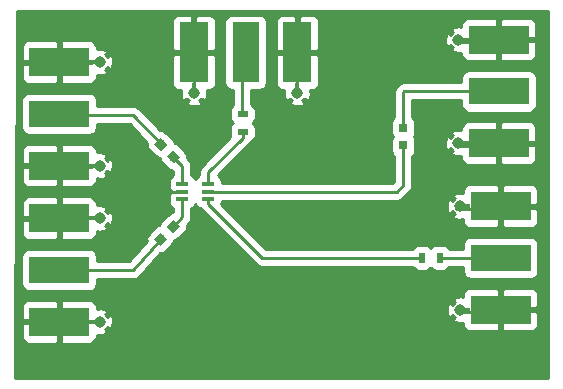
<source format=gbr>
%TF.GenerationSoftware,KiCad,Pcbnew,(2017-10-17 revision 537804b)-master*%
%TF.CreationDate,2018-07-22T22:04:20+10:00*%
%TF.ProjectId,rf_matching,72665F6D61746368696E672E6B696361,rev?*%
%TF.SameCoordinates,PX92c53e0PY691e668*%
%TF.FileFunction,Copper,L1,Top,Signal*%
%TF.FilePolarity,Positive*%
%FSLAX46Y46*%
G04 Gerber Fmt 4.6, Leading zero omitted, Abs format (unit mm)*
G04 Created by KiCad (PCBNEW (2017-10-17 revision 537804b)-master) date Sunday, 22 July 2018 'PMt' 22:04:20*
%MOMM*%
%LPD*%
G01*
G04 APERTURE LIST*
%TA.AperFunction,SMDPad,CuDef*%
%ADD10R,5.080000X2.290000*%
%TD*%
%TA.AperFunction,SMDPad,CuDef*%
%ADD11R,5.080000X2.420000*%
%TD*%
%TA.AperFunction,ViaPad*%
%ADD12C,0.970000*%
%TD*%
%TA.AperFunction,Conductor*%
%ADD13R,0.890000X0.460000*%
%TD*%
%TA.AperFunction,SMDPad,CuDef*%
%ADD14R,1.000000X0.300000*%
%TD*%
%TA.AperFunction,SMDPad,CuDef*%
%ADD15R,2.290000X5.080000*%
%TD*%
%TA.AperFunction,SMDPad,CuDef*%
%ADD16R,2.420000X5.080000*%
%TD*%
%TA.AperFunction,Conductor*%
%ADD17R,0.460000X0.890000*%
%TD*%
%TA.AperFunction,SMDPad,CuDef*%
%ADD18R,0.900000X0.500000*%
%TD*%
%TA.AperFunction,SMDPad,CuDef*%
%ADD19R,0.500000X0.900000*%
%TD*%
%TA.AperFunction,SMDPad,CuDef*%
%ADD20R,0.750000X0.800000*%
%TD*%
%TA.AperFunction,SMDPad,CuDef*%
%ADD21C,0.750000*%
%TD*%
%TA.AperFunction,Conductor*%
%ADD22C,0.100000*%
%TD*%
%TA.AperFunction,Conductor*%
%ADD23C,0.250000*%
%TD*%
%TA.AperFunction,Conductor*%
%ADD24C,0.254000*%
%TD*%
G04 APERTURE END LIST*
D10*
%TO.P,J1,1*%
%TO.N,Net-(C2-Pad2)*%
X4430000Y23075000D03*
D11*
%TO.P,J1,2*%
%TO.N,GND*%
X4430000Y27455000D03*
X4430000Y18695000D03*
D12*
%TD*%
%TO.N,GND*%
%TO.C,J1*%
X7870000Y27455000D03*
%TO.N,GND*%
%TO.C,J1*%
X7870000Y18695000D03*
D13*
X7420000Y27455000D03*
X7420000Y18695000D03*
%TD*%
%TO.N,GND*%
%TO.C,J2*%
X7420000Y5470000D03*
X7420000Y14230000D03*
D12*
X7870000Y5470000D03*
X7870000Y14230000D03*
D11*
%TD*%
%TO.P,J2,2*%
%TO.N,GND*%
X4430000Y5470000D03*
%TO.P,J2,2*%
%TO.N,GND*%
X4430000Y14230000D03*
D10*
%TO.P,J2,1*%
%TO.N,Net-(C3-Pad2)*%
X4430000Y9850000D03*
%TD*%
%TO.P,J3,1*%
%TO.N,Net-(J3-Pad1)*%
X41820000Y10875000D03*
D11*
%TO.P,J3,2*%
%TO.N,GND*%
X41820000Y6495000D03*
X41820000Y15255000D03*
D12*
%TD*%
%TO.N,GND*%
%TO.C,J3*%
X38380000Y6495000D03*
%TO.N,GND*%
%TO.C,J3*%
X38380000Y15255000D03*
D13*
X38830000Y6495000D03*
X38830000Y15255000D03*
%TD*%
%TO.N,GND*%
%TO.C,J4*%
X38680000Y29355000D03*
X38680000Y20595000D03*
D12*
X38230000Y29355000D03*
X38230000Y20595000D03*
D11*
%TD*%
%TO.P,J4,2*%
%TO.N,GND*%
X41670000Y29355000D03*
%TO.P,J4,2*%
%TO.N,GND*%
X41670000Y20595000D03*
D10*
%TO.P,J4,1*%
%TO.N,Net-(C1-Pad1)*%
X41670000Y24975000D03*
%TD*%
D14*
%TO.P,U1,1*%
%TO.N,Net-(C2-Pad1)*%
X14875000Y17125000D03*
%TO.P,U1,2*%
%TO.N,GND*%
X14875000Y16475000D03*
%TO.P,U1,3*%
%TO.N,Net-(C3-Pad1)*%
X14875000Y15825000D03*
%TO.P,U1,4*%
%TO.N,Net-(R2-Pad2)*%
X17075000Y15825000D03*
%TO.P,U1,5*%
%TO.N,Net-(C1-Pad2)*%
X17075000Y16475000D03*
%TO.P,U1,6*%
%TO.N,Net-(R1-Pad1)*%
X17075000Y17125000D03*
%TD*%
D15*
%TO.P,J5,1*%
%TO.N,Net-(J5-Pad1)*%
X20225000Y28270000D03*
D16*
%TO.P,J5,2*%
%TO.N,GND*%
X24605000Y28270000D03*
X15845000Y28270000D03*
D12*
%TD*%
%TO.N,GND*%
%TO.C,J5*%
X24605000Y24830000D03*
%TO.N,GND*%
%TO.C,J5*%
X15845000Y24830000D03*
D17*
X24605000Y25280000D03*
X15845000Y25280000D03*
%TD*%
D18*
%TO.P,R1,2*%
%TO.N,Net-(J5-Pad1)*%
X19975000Y23050000D03*
%TO.P,R1,1*%
%TO.N,Net-(R1-Pad1)*%
X19975000Y21550000D03*
%TD*%
D19*
%TO.P,R2,1*%
%TO.N,Net-(J3-Pad1)*%
X36650000Y10900000D03*
%TO.P,R2,2*%
%TO.N,Net-(R2-Pad2)*%
X35150000Y10900000D03*
%TD*%
D20*
%TO.P,C1,2*%
%TO.N,Net-(C1-Pad2)*%
X33575000Y20400000D03*
%TO.P,C1,1*%
%TO.N,Net-(C1-Pad1)*%
X33575000Y21900000D03*
%TD*%
D21*
%TO.P,C2,2*%
%TO.N,Net-(C2-Pad2)*%
X13044670Y20480330D03*
D22*
%TD*%
%TO.N,Net-(C2-Pad2)*%
%TO.C,C2*%
G36*
X13592678Y20462652D02*
X13062348Y19932322D01*
X12496662Y20498008D01*
X13026992Y21028338D01*
X13592678Y20462652D01*
X13592678Y20462652D01*
G37*
D21*
%TO.P,C2,1*%
%TO.N,Net-(C2-Pad1)*%
X14105330Y19419670D03*
D22*
%TD*%
%TO.N,Net-(C2-Pad1)*%
%TO.C,C2*%
G36*
X14653338Y19401992D02*
X14123008Y18871662D01*
X13557322Y19437348D01*
X14087652Y19967678D01*
X14653338Y19401992D01*
X14653338Y19401992D01*
G37*
D21*
%TO.P,C3,1*%
%TO.N,Net-(C3-Pad1)*%
X14080330Y13530330D03*
D22*
%TD*%
%TO.N,Net-(C3-Pad1)*%
%TO.C,C3*%
G36*
X14098008Y14078338D02*
X14628338Y13548008D01*
X14062652Y12982322D01*
X13532322Y13512652D01*
X14098008Y14078338D01*
X14098008Y14078338D01*
G37*
D21*
%TO.P,C3,2*%
%TO.N,Net-(C3-Pad2)*%
X13019670Y12469670D03*
D22*
%TD*%
%TO.N,Net-(C3-Pad2)*%
%TO.C,C3*%
G36*
X13037348Y13017678D02*
X13567678Y12487348D01*
X13001992Y11921662D01*
X12471662Y12451992D01*
X13037348Y13017678D01*
X13037348Y13017678D01*
G37*
D23*
%TO.N,GND*%
X24605000Y24830000D02*
X24605000Y28270000D01*
X15845000Y24830000D02*
X15845000Y28270000D01*
X24355000Y26030000D02*
X24355000Y29470000D01*
X15595000Y26030000D02*
X15595000Y29470000D01*
X14875000Y16475000D02*
X9315000Y16475000D01*
X3680000Y14230000D02*
X6470000Y14230000D01*
X6470000Y14230000D02*
X7120000Y14230000D01*
X3680000Y5470000D02*
X6470000Y5470000D01*
X6470000Y5470000D02*
X7120000Y5470000D01*
%TO.N,Net-(J3-Pad1)*%
X41820000Y10875000D02*
X36675000Y10875000D01*
X36675000Y10875000D02*
X36650000Y10900000D01*
%TO.N,Net-(J5-Pad1)*%
X19950000Y28295000D02*
X19950000Y23075000D01*
%TO.N,Net-(R1-Pad1)*%
X17075000Y17125000D02*
X17075000Y18150000D01*
X17075000Y18150000D02*
X19975000Y21050000D01*
X19975000Y21050000D02*
X19975000Y21550000D01*
%TO.N,Net-(R2-Pad2)*%
X35150000Y10900000D02*
X21600000Y10900000D01*
X21600000Y10900000D02*
X17075000Y15425000D01*
X17075000Y15425000D02*
X17075000Y15825000D01*
%TO.N,Net-(C1-Pad2)*%
X27700000Y16475000D02*
X27875000Y16475000D01*
X17075000Y16475000D02*
X27700000Y16475000D01*
X27700000Y16475000D02*
X33000000Y16475000D01*
X33000000Y16475000D02*
X33575000Y17050000D01*
X33575000Y17050000D02*
X33575000Y20400000D01*
%TO.N,Net-(C2-Pad2)*%
X10725000Y22975000D02*
X13044670Y20480330D01*
%TO.N,Net-(C2-Pad1)*%
X14105330Y19419670D02*
X14875000Y18650000D01*
X14875000Y18650000D02*
X14875000Y17125000D01*
%TO.N,Net-(C3-Pad1)*%
X14875000Y14325000D02*
X14875000Y15825000D01*
X14080330Y13530330D02*
X14875000Y14325000D01*
%TO.N,Net-(C3-Pad2)*%
X10725000Y9825000D02*
X13019670Y12469670D01*
X10725000Y9825000D02*
X3780000Y9825000D01*
%TO.N,Net-(C2-Pad2)*%
X10725000Y22975000D02*
X3755000Y22975000D01*
%TO.N,GND*%
X3755000Y18595000D02*
X7195000Y18595000D01*
X3755000Y27355000D02*
X7195000Y27355000D01*
X41620000Y29130000D02*
X38180000Y29130000D01*
X41620000Y20370000D02*
X38180000Y20370000D01*
X41495000Y15030000D02*
X38055000Y15030000D01*
X41495000Y6270000D02*
X38055000Y6270000D01*
%TO.N,Net-(J5-Pad1)*%
X19950000Y23075000D02*
X19975000Y23050000D01*
%TO.N,Net-(C1-Pad1)*%
X33575000Y21900000D02*
X33575000Y24925000D01*
X33575000Y24925000D02*
X33625000Y24975000D01*
X33625000Y24975000D02*
X41670000Y24975000D01*
%TD*%
D24*
%TO.N,GND*%
G36*
X45865000Y685000D02*
X2904151Y685000D01*
X689462Y699459D01*
X716997Y5184250D01*
X1255000Y5184250D01*
X1255000Y4133690D01*
X1351673Y3900301D01*
X1530302Y3721673D01*
X1763691Y3625000D01*
X4144250Y3625000D01*
X4303000Y3783750D01*
X4303000Y5343000D01*
X1413750Y5343000D01*
X1255000Y5184250D01*
X716997Y5184250D01*
X726955Y6806310D01*
X1255000Y6806310D01*
X1255000Y5755750D01*
X1413750Y5597000D01*
X4303000Y5597000D01*
X4303000Y7156250D01*
X4557000Y7156250D01*
X4557000Y5597000D01*
X4577000Y5597000D01*
X4577000Y5343000D01*
X4557000Y5343000D01*
X4557000Y3783750D01*
X4715750Y3625000D01*
X7096309Y3625000D01*
X7329698Y3721673D01*
X7508327Y3900301D01*
X7605000Y4133690D01*
X7605000Y4377871D01*
X7728564Y4336851D01*
X8172968Y4368982D01*
X8434308Y4477232D01*
X8469595Y4690800D01*
X8341710Y4818685D01*
X8403327Y4880301D01*
X8472443Y5047162D01*
X8649200Y4870405D01*
X8862768Y4905692D01*
X9003149Y5328564D01*
X8971018Y5772968D01*
X8862768Y6034308D01*
X8649200Y6069595D01*
X8472443Y5892838D01*
X8403327Y6059699D01*
X8341710Y6121315D01*
X8469595Y6249200D01*
X8434308Y6462768D01*
X8011436Y6603149D01*
X7605000Y6573763D01*
X7605000Y6636436D01*
X37246851Y6636436D01*
X37278982Y6192032D01*
X37387232Y5930692D01*
X37600800Y5895405D01*
X37777557Y6072162D01*
X37846673Y5905301D01*
X37908290Y5843685D01*
X37780405Y5715800D01*
X37815692Y5502232D01*
X38238564Y5361851D01*
X38645000Y5391237D01*
X38645000Y5158690D01*
X38741673Y4925301D01*
X38920302Y4746673D01*
X39153691Y4650000D01*
X41534250Y4650000D01*
X41693000Y4808750D01*
X41693000Y6368000D01*
X41947000Y6368000D01*
X41947000Y4808750D01*
X42105750Y4650000D01*
X44486309Y4650000D01*
X44719698Y4746673D01*
X44898327Y4925301D01*
X44995000Y5158690D01*
X44995000Y6209250D01*
X44836250Y6368000D01*
X41947000Y6368000D01*
X41693000Y6368000D01*
X41673000Y6368000D01*
X41673000Y6622000D01*
X41693000Y6622000D01*
X41693000Y8181250D01*
X41947000Y8181250D01*
X41947000Y6622000D01*
X44836250Y6622000D01*
X44995000Y6780750D01*
X44995000Y7831310D01*
X44898327Y8064699D01*
X44719698Y8243327D01*
X44486309Y8340000D01*
X42105750Y8340000D01*
X41947000Y8181250D01*
X41693000Y8181250D01*
X41534250Y8340000D01*
X39153691Y8340000D01*
X38920302Y8243327D01*
X38741673Y8064699D01*
X38645000Y7831310D01*
X38645000Y7587129D01*
X38521436Y7628149D01*
X38077032Y7596018D01*
X37815692Y7487768D01*
X37780405Y7274200D01*
X37908290Y7146315D01*
X37846673Y7084699D01*
X37777557Y6917838D01*
X37600800Y7094595D01*
X37387232Y7059308D01*
X37246851Y6636436D01*
X7605000Y6636436D01*
X7605000Y6806310D01*
X7508327Y7039699D01*
X7329698Y7218327D01*
X7096309Y7315000D01*
X4715750Y7315000D01*
X4557000Y7156250D01*
X4303000Y7156250D01*
X4144250Y7315000D01*
X1763691Y7315000D01*
X1530302Y7218327D01*
X1351673Y7039699D01*
X1255000Y6806310D01*
X726955Y6806310D01*
X770779Y13944250D01*
X1255000Y13944250D01*
X1255000Y12893690D01*
X1351673Y12660301D01*
X1530302Y12481673D01*
X1763691Y12385000D01*
X4144250Y12385000D01*
X4303000Y12543750D01*
X4303000Y14103000D01*
X1413750Y14103000D01*
X1255000Y13944250D01*
X770779Y13944250D01*
X780738Y15566310D01*
X1255000Y15566310D01*
X1255000Y14515750D01*
X1413750Y14357000D01*
X4303000Y14357000D01*
X4303000Y15916250D01*
X4557000Y15916250D01*
X4557000Y14357000D01*
X4577000Y14357000D01*
X4577000Y14103000D01*
X4557000Y14103000D01*
X4557000Y12543750D01*
X4715750Y12385000D01*
X7096309Y12385000D01*
X7329698Y12481673D01*
X7508327Y12660301D01*
X7605000Y12893690D01*
X7605000Y13137871D01*
X7728564Y13096851D01*
X8172968Y13128982D01*
X8434308Y13237232D01*
X8469595Y13450800D01*
X8341710Y13578685D01*
X8403327Y13640301D01*
X8472443Y13807162D01*
X8649200Y13630405D01*
X8862768Y13665692D01*
X9003149Y14088564D01*
X8971018Y14532968D01*
X8862768Y14794308D01*
X8649200Y14829595D01*
X8472443Y14652838D01*
X8403327Y14819699D01*
X8341710Y14881315D01*
X8469595Y15009200D01*
X8434308Y15222768D01*
X8011436Y15363149D01*
X7605000Y15333763D01*
X7605000Y15566310D01*
X7508327Y15799699D01*
X7329698Y15978327D01*
X7096309Y16075000D01*
X4715750Y16075000D01*
X4557000Y15916250D01*
X4303000Y15916250D01*
X4144250Y16075000D01*
X1763691Y16075000D01*
X1530302Y15978327D01*
X1351673Y15799699D01*
X1255000Y15566310D01*
X780738Y15566310D01*
X798193Y18409250D01*
X1255000Y18409250D01*
X1255000Y17358690D01*
X1351673Y17125301D01*
X1530302Y16946673D01*
X1763691Y16850000D01*
X4144250Y16850000D01*
X4303000Y17008750D01*
X4303000Y18568000D01*
X1413750Y18568000D01*
X1255000Y18409250D01*
X798193Y18409250D01*
X808152Y20031310D01*
X1255000Y20031310D01*
X1255000Y18980750D01*
X1413750Y18822000D01*
X4303000Y18822000D01*
X4303000Y20381250D01*
X4557000Y20381250D01*
X4557000Y18822000D01*
X4577000Y18822000D01*
X4577000Y18568000D01*
X4557000Y18568000D01*
X4557000Y17008750D01*
X4715750Y16850000D01*
X7096309Y16850000D01*
X7329698Y16946673D01*
X7508327Y17125301D01*
X7605000Y17358690D01*
X7605000Y17602871D01*
X7728564Y17561851D01*
X8172968Y17593982D01*
X8434308Y17702232D01*
X8469595Y17915800D01*
X8341710Y18043685D01*
X8403327Y18105301D01*
X8472443Y18272162D01*
X8649200Y18095405D01*
X8862768Y18130692D01*
X9003149Y18553564D01*
X8971018Y18997968D01*
X8862768Y19259308D01*
X8649200Y19294595D01*
X8472443Y19117838D01*
X8403327Y19284699D01*
X8341710Y19346315D01*
X8469595Y19474200D01*
X8434308Y19687768D01*
X8011436Y19828149D01*
X7605000Y19798763D01*
X7605000Y20031310D01*
X7508327Y20264699D01*
X7329698Y20443327D01*
X7096309Y20540000D01*
X4715750Y20540000D01*
X4557000Y20381250D01*
X4303000Y20381250D01*
X4144250Y20540000D01*
X1763691Y20540000D01*
X1530302Y20443327D01*
X1351673Y20264699D01*
X1255000Y20031310D01*
X808152Y20031310D01*
X833870Y24220000D01*
X1242560Y24220000D01*
X1242560Y21930000D01*
X1291843Y21682235D01*
X1432191Y21472191D01*
X1642235Y21331843D01*
X1890000Y21282560D01*
X6970000Y21282560D01*
X7217765Y21331843D01*
X7427809Y21472191D01*
X7568157Y21682235D01*
X7617440Y21930000D01*
X7617440Y22215000D01*
X10393897Y22215000D01*
X11874108Y20623120D01*
X11849222Y20498008D01*
X11898505Y20250243D01*
X12038853Y20040199D01*
X12604539Y19474513D01*
X12814583Y19334165D01*
X12935178Y19310178D01*
X12959165Y19189583D01*
X13099513Y18979539D01*
X13665199Y18413853D01*
X13875243Y18273505D01*
X14115000Y18225815D01*
X14115000Y17864982D01*
X13917191Y17732809D01*
X13776843Y17522765D01*
X13727560Y17275000D01*
X13727560Y16975000D01*
X13761655Y16803589D01*
X13740000Y16751309D01*
X13740000Y16708750D01*
X13888258Y16560492D01*
X13917191Y16517191D01*
X13980334Y16475000D01*
X13917191Y16432809D01*
X13888258Y16389508D01*
X13740000Y16241250D01*
X13740000Y16198691D01*
X13761655Y16146411D01*
X13727560Y15975000D01*
X13727560Y15675000D01*
X13776843Y15427235D01*
X13917191Y15217191D01*
X14115000Y15085018D01*
X14115000Y14722398D01*
X14098008Y14725778D01*
X13850243Y14676495D01*
X13640199Y14536147D01*
X13074513Y13970461D01*
X12934165Y13760417D01*
X12910178Y13639822D01*
X12789583Y13615835D01*
X12579539Y13475487D01*
X12013853Y12909801D01*
X11873505Y12699757D01*
X11824222Y12451992D01*
X11856656Y12288935D01*
X10378222Y10585000D01*
X7617440Y10585000D01*
X7617440Y10995000D01*
X7568157Y11242765D01*
X7427809Y11452809D01*
X7217765Y11593157D01*
X6970000Y11642440D01*
X1890000Y11642440D01*
X1642235Y11593157D01*
X1432191Y11452809D01*
X1291843Y11242765D01*
X1242560Y10995000D01*
X1242560Y8705000D01*
X1291843Y8457235D01*
X1432191Y8247191D01*
X1642235Y8106843D01*
X1890000Y8057560D01*
X6970000Y8057560D01*
X7217765Y8106843D01*
X7427809Y8247191D01*
X7568157Y8457235D01*
X7617440Y8705000D01*
X7617440Y9065000D01*
X10725000Y9065000D01*
X10751706Y9070312D01*
X10778719Y9066901D01*
X10896286Y9099071D01*
X11015839Y9122852D01*
X11038480Y9137980D01*
X11064741Y9145166D01*
X11161047Y9219877D01*
X11262401Y9287599D01*
X11277528Y9310238D01*
X11299042Y9326928D01*
X12990595Y11276489D01*
X13001992Y11274222D01*
X13249757Y11323505D01*
X13459801Y11463853D01*
X14025487Y12029539D01*
X14165835Y12239583D01*
X14189822Y12360178D01*
X14310417Y12384165D01*
X14520461Y12524513D01*
X15086147Y13090199D01*
X15226495Y13300243D01*
X15275778Y13548008D01*
X15258695Y13633893D01*
X15412401Y13787599D01*
X15577148Y14034161D01*
X15635000Y14325000D01*
X15635000Y15085018D01*
X15832809Y15217191D01*
X15973157Y15427235D01*
X15975000Y15436500D01*
X15976843Y15427235D01*
X16117191Y15217191D01*
X16327235Y15076843D01*
X16424013Y15057593D01*
X16537599Y14887599D01*
X21062599Y10362599D01*
X21309160Y10197852D01*
X21600000Y10140000D01*
X34343427Y10140000D01*
X34442191Y9992191D01*
X34652235Y9851843D01*
X34900000Y9802560D01*
X35400000Y9802560D01*
X35647765Y9851843D01*
X35857809Y9992191D01*
X35900000Y10055334D01*
X35942191Y9992191D01*
X36152235Y9851843D01*
X36400000Y9802560D01*
X36900000Y9802560D01*
X37147765Y9851843D01*
X37357809Y9992191D01*
X37439868Y10115000D01*
X38632560Y10115000D01*
X38632560Y9730000D01*
X38681843Y9482235D01*
X38822191Y9272191D01*
X39032235Y9131843D01*
X39280000Y9082560D01*
X44360000Y9082560D01*
X44607765Y9131843D01*
X44817809Y9272191D01*
X44958157Y9482235D01*
X45007440Y9730000D01*
X45007440Y12020000D01*
X44958157Y12267765D01*
X44817809Y12477809D01*
X44607765Y12618157D01*
X44360000Y12667440D01*
X39280000Y12667440D01*
X39032235Y12618157D01*
X38822191Y12477809D01*
X38681843Y12267765D01*
X38632560Y12020000D01*
X38632560Y11635000D01*
X37473277Y11635000D01*
X37357809Y11807809D01*
X37147765Y11948157D01*
X36900000Y11997440D01*
X36400000Y11997440D01*
X36152235Y11948157D01*
X35942191Y11807809D01*
X35900000Y11744666D01*
X35857809Y11807809D01*
X35647765Y11948157D01*
X35400000Y11997440D01*
X34900000Y11997440D01*
X34652235Y11948157D01*
X34442191Y11807809D01*
X34343427Y11660000D01*
X21914802Y11660000D01*
X18178366Y15396436D01*
X37246851Y15396436D01*
X37278982Y14952032D01*
X37387232Y14690692D01*
X37600800Y14655405D01*
X37777557Y14832162D01*
X37846673Y14665301D01*
X37908290Y14603685D01*
X37780405Y14475800D01*
X37815692Y14262232D01*
X38238564Y14121851D01*
X38645000Y14151237D01*
X38645000Y13918690D01*
X38741673Y13685301D01*
X38920302Y13506673D01*
X39153691Y13410000D01*
X41534250Y13410000D01*
X41693000Y13568750D01*
X41693000Y15128000D01*
X41947000Y15128000D01*
X41947000Y13568750D01*
X42105750Y13410000D01*
X44486309Y13410000D01*
X44719698Y13506673D01*
X44898327Y13685301D01*
X44995000Y13918690D01*
X44995000Y14969250D01*
X44836250Y15128000D01*
X41947000Y15128000D01*
X41693000Y15128000D01*
X41673000Y15128000D01*
X41673000Y15382000D01*
X41693000Y15382000D01*
X41693000Y16941250D01*
X41947000Y16941250D01*
X41947000Y15382000D01*
X44836250Y15382000D01*
X44995000Y15540750D01*
X44995000Y16591310D01*
X44898327Y16824699D01*
X44719698Y17003327D01*
X44486309Y17100000D01*
X42105750Y17100000D01*
X41947000Y16941250D01*
X41693000Y16941250D01*
X41534250Y17100000D01*
X39153691Y17100000D01*
X38920302Y17003327D01*
X38741673Y16824699D01*
X38645000Y16591310D01*
X38645000Y16347129D01*
X38521436Y16388149D01*
X38077032Y16356018D01*
X37815692Y16247768D01*
X37780405Y16034200D01*
X37908290Y15906315D01*
X37846673Y15844699D01*
X37777557Y15677838D01*
X37600800Y15854595D01*
X37387232Y15819308D01*
X37246851Y15396436D01*
X18178366Y15396436D01*
X18162907Y15411895D01*
X18173157Y15427235D01*
X18222440Y15675000D01*
X18222440Y15715000D01*
X33000000Y15715000D01*
X33290839Y15772852D01*
X33537401Y15937599D01*
X34112401Y16512599D01*
X34277148Y16759161D01*
X34335000Y17050000D01*
X34335000Y19493541D01*
X34407809Y19542191D01*
X34548157Y19752235D01*
X34597440Y20000000D01*
X34597440Y20736436D01*
X37096851Y20736436D01*
X37128982Y20292032D01*
X37237232Y20030692D01*
X37450800Y19995405D01*
X37627557Y20172162D01*
X37696673Y20005301D01*
X37758290Y19943685D01*
X37630405Y19815800D01*
X37665692Y19602232D01*
X38088564Y19461851D01*
X38495000Y19491237D01*
X38495000Y19258690D01*
X38591673Y19025301D01*
X38770302Y18846673D01*
X39003691Y18750000D01*
X41384250Y18750000D01*
X41543000Y18908750D01*
X41543000Y20468000D01*
X41797000Y20468000D01*
X41797000Y18908750D01*
X41955750Y18750000D01*
X44336309Y18750000D01*
X44569698Y18846673D01*
X44748327Y19025301D01*
X44845000Y19258690D01*
X44845000Y20309250D01*
X44686250Y20468000D01*
X41797000Y20468000D01*
X41543000Y20468000D01*
X41523000Y20468000D01*
X41523000Y20722000D01*
X41543000Y20722000D01*
X41543000Y22281250D01*
X41797000Y22281250D01*
X41797000Y20722000D01*
X44686250Y20722000D01*
X44845000Y20880750D01*
X44845000Y21931310D01*
X44748327Y22164699D01*
X44569698Y22343327D01*
X44336309Y22440000D01*
X41955750Y22440000D01*
X41797000Y22281250D01*
X41543000Y22281250D01*
X41384250Y22440000D01*
X39003691Y22440000D01*
X38770302Y22343327D01*
X38591673Y22164699D01*
X38495000Y21931310D01*
X38495000Y21687129D01*
X38371436Y21728149D01*
X37927032Y21696018D01*
X37665692Y21587768D01*
X37630405Y21374200D01*
X37758290Y21246315D01*
X37696673Y21184699D01*
X37627557Y21017838D01*
X37450800Y21194595D01*
X37237232Y21159308D01*
X37096851Y20736436D01*
X34597440Y20736436D01*
X34597440Y20800000D01*
X34548157Y21047765D01*
X34479845Y21150000D01*
X34548157Y21252235D01*
X34597440Y21500000D01*
X34597440Y22300000D01*
X34548157Y22547765D01*
X34407809Y22757809D01*
X34335000Y22806459D01*
X34335000Y24215000D01*
X38482560Y24215000D01*
X38482560Y23830000D01*
X38531843Y23582235D01*
X38672191Y23372191D01*
X38882235Y23231843D01*
X39130000Y23182560D01*
X44210000Y23182560D01*
X44457765Y23231843D01*
X44667809Y23372191D01*
X44808157Y23582235D01*
X44857440Y23830000D01*
X44857440Y26120000D01*
X44808157Y26367765D01*
X44667809Y26577809D01*
X44457765Y26718157D01*
X44210000Y26767440D01*
X39130000Y26767440D01*
X38882235Y26718157D01*
X38672191Y26577809D01*
X38531843Y26367765D01*
X38482560Y26120000D01*
X38482560Y25735000D01*
X33625000Y25735000D01*
X33334161Y25677148D01*
X33087599Y25512401D01*
X33037599Y25462401D01*
X32872852Y25215839D01*
X32815000Y24925000D01*
X32815000Y22806459D01*
X32742191Y22757809D01*
X32601843Y22547765D01*
X32552560Y22300000D01*
X32552560Y21500000D01*
X32601843Y21252235D01*
X32670155Y21150000D01*
X32601843Y21047765D01*
X32552560Y20800000D01*
X32552560Y20000000D01*
X32601843Y19752235D01*
X32742191Y19542191D01*
X32815000Y19493541D01*
X32815000Y17364802D01*
X32685198Y17235000D01*
X18222440Y17235000D01*
X18222440Y17275000D01*
X18173157Y17522765D01*
X18032809Y17732809D01*
X17852854Y17853052D01*
X20512401Y20512599D01*
X20633651Y20694063D01*
X20672765Y20701843D01*
X20882809Y20842191D01*
X21023157Y21052235D01*
X21072440Y21300000D01*
X21072440Y21800000D01*
X21023157Y22047765D01*
X20882809Y22257809D01*
X20819666Y22300000D01*
X20882809Y22342191D01*
X21023157Y22552235D01*
X21072440Y22800000D01*
X21072440Y23300000D01*
X21023157Y23547765D01*
X20882809Y23757809D01*
X20710000Y23873277D01*
X20710000Y25082560D01*
X21370000Y25082560D01*
X21617765Y25131843D01*
X21827809Y25272191D01*
X21968157Y25482235D01*
X22017440Y25730000D01*
X22017440Y27984250D01*
X22760000Y27984250D01*
X22760000Y25603691D01*
X22856673Y25370302D01*
X23035301Y25191673D01*
X23268690Y25095000D01*
X23512871Y25095000D01*
X23471851Y24971436D01*
X23503982Y24527032D01*
X23612232Y24265692D01*
X23825800Y24230405D01*
X23953685Y24358290D01*
X24015301Y24296673D01*
X24182162Y24227557D01*
X24005405Y24050800D01*
X24040692Y23837232D01*
X24463564Y23696851D01*
X24907968Y23728982D01*
X25169308Y23837232D01*
X25204595Y24050800D01*
X25027838Y24227557D01*
X25194699Y24296673D01*
X25256315Y24358290D01*
X25384200Y24230405D01*
X25597768Y24265692D01*
X25738149Y24688564D01*
X25708763Y25095000D01*
X25941310Y25095000D01*
X26174699Y25191673D01*
X26353327Y25370302D01*
X26450000Y25603691D01*
X26450000Y27984250D01*
X26291250Y28143000D01*
X24732000Y28143000D01*
X24732000Y28123000D01*
X24478000Y28123000D01*
X24478000Y28143000D01*
X22918750Y28143000D01*
X22760000Y27984250D01*
X22017440Y27984250D01*
X22017440Y30810000D01*
X21992316Y30936309D01*
X22760000Y30936309D01*
X22760000Y28555750D01*
X22918750Y28397000D01*
X24478000Y28397000D01*
X24478000Y31286250D01*
X24732000Y31286250D01*
X24732000Y28397000D01*
X26291250Y28397000D01*
X26450000Y28555750D01*
X26450000Y29496436D01*
X37096851Y29496436D01*
X37128982Y29052032D01*
X37237232Y28790692D01*
X37450800Y28755405D01*
X37627557Y28932162D01*
X37696673Y28765301D01*
X37758290Y28703685D01*
X37630405Y28575800D01*
X37665692Y28362232D01*
X38088564Y28221851D01*
X38495000Y28251237D01*
X38495000Y28018690D01*
X38591673Y27785301D01*
X38770302Y27606673D01*
X39003691Y27510000D01*
X41384250Y27510000D01*
X41543000Y27668750D01*
X41543000Y29228000D01*
X41797000Y29228000D01*
X41797000Y27668750D01*
X41955750Y27510000D01*
X44336309Y27510000D01*
X44569698Y27606673D01*
X44748327Y27785301D01*
X44845000Y28018690D01*
X44845000Y29069250D01*
X44686250Y29228000D01*
X41797000Y29228000D01*
X41543000Y29228000D01*
X41523000Y29228000D01*
X41523000Y29482000D01*
X41543000Y29482000D01*
X41543000Y31041250D01*
X41797000Y31041250D01*
X41797000Y29482000D01*
X44686250Y29482000D01*
X44845000Y29640750D01*
X44845000Y30691310D01*
X44748327Y30924699D01*
X44569698Y31103327D01*
X44336309Y31200000D01*
X41955750Y31200000D01*
X41797000Y31041250D01*
X41543000Y31041250D01*
X41384250Y31200000D01*
X39003691Y31200000D01*
X38770302Y31103327D01*
X38591673Y30924699D01*
X38495000Y30691310D01*
X38495000Y30447129D01*
X38371436Y30488149D01*
X37927032Y30456018D01*
X37665692Y30347768D01*
X37630405Y30134200D01*
X37758290Y30006315D01*
X37696673Y29944699D01*
X37627557Y29777838D01*
X37450800Y29954595D01*
X37237232Y29919308D01*
X37096851Y29496436D01*
X26450000Y29496436D01*
X26450000Y30936309D01*
X26353327Y31169698D01*
X26174699Y31348327D01*
X25941310Y31445000D01*
X24890750Y31445000D01*
X24732000Y31286250D01*
X24478000Y31286250D01*
X24319250Y31445000D01*
X23268690Y31445000D01*
X23035301Y31348327D01*
X22856673Y31169698D01*
X22760000Y30936309D01*
X21992316Y30936309D01*
X21968157Y31057765D01*
X21827809Y31267809D01*
X21617765Y31408157D01*
X21370000Y31457440D01*
X19080000Y31457440D01*
X18832235Y31408157D01*
X18622191Y31267809D01*
X18481843Y31057765D01*
X18432560Y30810000D01*
X18432560Y25730000D01*
X18481843Y25482235D01*
X18622191Y25272191D01*
X18832235Y25131843D01*
X19080000Y25082560D01*
X19190000Y25082560D01*
X19190000Y23839868D01*
X19067191Y23757809D01*
X18926843Y23547765D01*
X18877560Y23300000D01*
X18877560Y22800000D01*
X18926843Y22552235D01*
X19067191Y22342191D01*
X19130334Y22300000D01*
X19067191Y22257809D01*
X18926843Y22047765D01*
X18877560Y21800000D01*
X18877560Y21300000D01*
X18922793Y21072595D01*
X16537599Y18687401D01*
X16372852Y18440839D01*
X16315000Y18150000D01*
X16315000Y17864982D01*
X16117191Y17732809D01*
X15976843Y17522765D01*
X15975000Y17513500D01*
X15973157Y17522765D01*
X15832809Y17732809D01*
X15635000Y17864982D01*
X15635000Y18650000D01*
X15577148Y18940839D01*
X15412401Y19187401D01*
X15283695Y19316107D01*
X15300778Y19401992D01*
X15251495Y19649757D01*
X15111147Y19859801D01*
X14545461Y20425487D01*
X14335417Y20565835D01*
X14214822Y20589822D01*
X14190835Y20710417D01*
X14050487Y20920461D01*
X13484801Y21486147D01*
X13274757Y21626495D01*
X13026992Y21675778D01*
X12979631Y21666357D01*
X11281568Y23492525D01*
X11270194Y23500738D01*
X11262401Y23512401D01*
X11150375Y23587254D01*
X11041153Y23666119D01*
X11027504Y23669353D01*
X11015839Y23677148D01*
X10883692Y23703434D01*
X10752608Y23734498D01*
X10738760Y23732263D01*
X10725000Y23735000D01*
X7617440Y23735000D01*
X7617440Y24220000D01*
X7568157Y24467765D01*
X7427809Y24677809D01*
X7217765Y24818157D01*
X6970000Y24867440D01*
X1890000Y24867440D01*
X1642235Y24818157D01*
X1432191Y24677809D01*
X1291843Y24467765D01*
X1242560Y24220000D01*
X833870Y24220000D01*
X851977Y27169250D01*
X1255000Y27169250D01*
X1255000Y26118690D01*
X1351673Y25885301D01*
X1530302Y25706673D01*
X1763691Y25610000D01*
X4144250Y25610000D01*
X4303000Y25768750D01*
X4303000Y27328000D01*
X1413750Y27328000D01*
X1255000Y27169250D01*
X851977Y27169250D01*
X861936Y28791310D01*
X1255000Y28791310D01*
X1255000Y27740750D01*
X1413750Y27582000D01*
X4303000Y27582000D01*
X4303000Y29141250D01*
X4557000Y29141250D01*
X4557000Y27582000D01*
X4577000Y27582000D01*
X4577000Y27328000D01*
X4557000Y27328000D01*
X4557000Y25768750D01*
X4715750Y25610000D01*
X7096309Y25610000D01*
X7329698Y25706673D01*
X7508327Y25885301D01*
X7605000Y26118690D01*
X7605000Y26362871D01*
X7728564Y26321851D01*
X8172968Y26353982D01*
X8434308Y26462232D01*
X8469595Y26675800D01*
X8341710Y26803685D01*
X8403327Y26865301D01*
X8472443Y27032162D01*
X8649200Y26855405D01*
X8862768Y26890692D01*
X9003149Y27313564D01*
X8971018Y27757968D01*
X8877290Y27984250D01*
X14000000Y27984250D01*
X14000000Y25603691D01*
X14096673Y25370302D01*
X14275301Y25191673D01*
X14508690Y25095000D01*
X14752871Y25095000D01*
X14711851Y24971436D01*
X14743982Y24527032D01*
X14852232Y24265692D01*
X15065800Y24230405D01*
X15193685Y24358290D01*
X15255301Y24296673D01*
X15422162Y24227557D01*
X15245405Y24050800D01*
X15280692Y23837232D01*
X15703564Y23696851D01*
X16147968Y23728982D01*
X16409308Y23837232D01*
X16444595Y24050800D01*
X16267838Y24227557D01*
X16434699Y24296673D01*
X16496315Y24358290D01*
X16624200Y24230405D01*
X16837768Y24265692D01*
X16978149Y24688564D01*
X16948763Y25095000D01*
X17181310Y25095000D01*
X17414699Y25191673D01*
X17593327Y25370302D01*
X17690000Y25603691D01*
X17690000Y27984250D01*
X17531250Y28143000D01*
X15972000Y28143000D01*
X15972000Y28123000D01*
X15718000Y28123000D01*
X15718000Y28143000D01*
X14158750Y28143000D01*
X14000000Y27984250D01*
X8877290Y27984250D01*
X8862768Y28019308D01*
X8649200Y28054595D01*
X8472443Y27877838D01*
X8403327Y28044699D01*
X8341710Y28106315D01*
X8469595Y28234200D01*
X8434308Y28447768D01*
X8011436Y28588149D01*
X7605000Y28558763D01*
X7605000Y28791310D01*
X7508327Y29024699D01*
X7329698Y29203327D01*
X7096309Y29300000D01*
X4715750Y29300000D01*
X4557000Y29141250D01*
X4303000Y29141250D01*
X4144250Y29300000D01*
X1763691Y29300000D01*
X1530302Y29203327D01*
X1351673Y29024699D01*
X1255000Y28791310D01*
X861936Y28791310D01*
X875105Y30936309D01*
X14000000Y30936309D01*
X14000000Y28555750D01*
X14158750Y28397000D01*
X15718000Y28397000D01*
X15718000Y31286250D01*
X15972000Y31286250D01*
X15972000Y28397000D01*
X17531250Y28397000D01*
X17690000Y28555750D01*
X17690000Y30936309D01*
X17593327Y31169698D01*
X17414699Y31348327D01*
X17181310Y31445000D01*
X16130750Y31445000D01*
X15972000Y31286250D01*
X15718000Y31286250D01*
X15559250Y31445000D01*
X14508690Y31445000D01*
X14275301Y31348327D01*
X14096673Y31169698D01*
X14000000Y30936309D01*
X875105Y30936309D01*
X880501Y31815000D01*
X45865000Y31815000D01*
X45865000Y685000D01*
X45865000Y685000D01*
G37*
X45865000Y685000D02*
X2904151Y685000D01*
X689462Y699459D01*
X716997Y5184250D01*
X1255000Y5184250D01*
X1255000Y4133690D01*
X1351673Y3900301D01*
X1530302Y3721673D01*
X1763691Y3625000D01*
X4144250Y3625000D01*
X4303000Y3783750D01*
X4303000Y5343000D01*
X1413750Y5343000D01*
X1255000Y5184250D01*
X716997Y5184250D01*
X726955Y6806310D01*
X1255000Y6806310D01*
X1255000Y5755750D01*
X1413750Y5597000D01*
X4303000Y5597000D01*
X4303000Y7156250D01*
X4557000Y7156250D01*
X4557000Y5597000D01*
X4577000Y5597000D01*
X4577000Y5343000D01*
X4557000Y5343000D01*
X4557000Y3783750D01*
X4715750Y3625000D01*
X7096309Y3625000D01*
X7329698Y3721673D01*
X7508327Y3900301D01*
X7605000Y4133690D01*
X7605000Y4377871D01*
X7728564Y4336851D01*
X8172968Y4368982D01*
X8434308Y4477232D01*
X8469595Y4690800D01*
X8341710Y4818685D01*
X8403327Y4880301D01*
X8472443Y5047162D01*
X8649200Y4870405D01*
X8862768Y4905692D01*
X9003149Y5328564D01*
X8971018Y5772968D01*
X8862768Y6034308D01*
X8649200Y6069595D01*
X8472443Y5892838D01*
X8403327Y6059699D01*
X8341710Y6121315D01*
X8469595Y6249200D01*
X8434308Y6462768D01*
X8011436Y6603149D01*
X7605000Y6573763D01*
X7605000Y6636436D01*
X37246851Y6636436D01*
X37278982Y6192032D01*
X37387232Y5930692D01*
X37600800Y5895405D01*
X37777557Y6072162D01*
X37846673Y5905301D01*
X37908290Y5843685D01*
X37780405Y5715800D01*
X37815692Y5502232D01*
X38238564Y5361851D01*
X38645000Y5391237D01*
X38645000Y5158690D01*
X38741673Y4925301D01*
X38920302Y4746673D01*
X39153691Y4650000D01*
X41534250Y4650000D01*
X41693000Y4808750D01*
X41693000Y6368000D01*
X41947000Y6368000D01*
X41947000Y4808750D01*
X42105750Y4650000D01*
X44486309Y4650000D01*
X44719698Y4746673D01*
X44898327Y4925301D01*
X44995000Y5158690D01*
X44995000Y6209250D01*
X44836250Y6368000D01*
X41947000Y6368000D01*
X41693000Y6368000D01*
X41673000Y6368000D01*
X41673000Y6622000D01*
X41693000Y6622000D01*
X41693000Y8181250D01*
X41947000Y8181250D01*
X41947000Y6622000D01*
X44836250Y6622000D01*
X44995000Y6780750D01*
X44995000Y7831310D01*
X44898327Y8064699D01*
X44719698Y8243327D01*
X44486309Y8340000D01*
X42105750Y8340000D01*
X41947000Y8181250D01*
X41693000Y8181250D01*
X41534250Y8340000D01*
X39153691Y8340000D01*
X38920302Y8243327D01*
X38741673Y8064699D01*
X38645000Y7831310D01*
X38645000Y7587129D01*
X38521436Y7628149D01*
X38077032Y7596018D01*
X37815692Y7487768D01*
X37780405Y7274200D01*
X37908290Y7146315D01*
X37846673Y7084699D01*
X37777557Y6917838D01*
X37600800Y7094595D01*
X37387232Y7059308D01*
X37246851Y6636436D01*
X7605000Y6636436D01*
X7605000Y6806310D01*
X7508327Y7039699D01*
X7329698Y7218327D01*
X7096309Y7315000D01*
X4715750Y7315000D01*
X4557000Y7156250D01*
X4303000Y7156250D01*
X4144250Y7315000D01*
X1763691Y7315000D01*
X1530302Y7218327D01*
X1351673Y7039699D01*
X1255000Y6806310D01*
X726955Y6806310D01*
X770779Y13944250D01*
X1255000Y13944250D01*
X1255000Y12893690D01*
X1351673Y12660301D01*
X1530302Y12481673D01*
X1763691Y12385000D01*
X4144250Y12385000D01*
X4303000Y12543750D01*
X4303000Y14103000D01*
X1413750Y14103000D01*
X1255000Y13944250D01*
X770779Y13944250D01*
X780738Y15566310D01*
X1255000Y15566310D01*
X1255000Y14515750D01*
X1413750Y14357000D01*
X4303000Y14357000D01*
X4303000Y15916250D01*
X4557000Y15916250D01*
X4557000Y14357000D01*
X4577000Y14357000D01*
X4577000Y14103000D01*
X4557000Y14103000D01*
X4557000Y12543750D01*
X4715750Y12385000D01*
X7096309Y12385000D01*
X7329698Y12481673D01*
X7508327Y12660301D01*
X7605000Y12893690D01*
X7605000Y13137871D01*
X7728564Y13096851D01*
X8172968Y13128982D01*
X8434308Y13237232D01*
X8469595Y13450800D01*
X8341710Y13578685D01*
X8403327Y13640301D01*
X8472443Y13807162D01*
X8649200Y13630405D01*
X8862768Y13665692D01*
X9003149Y14088564D01*
X8971018Y14532968D01*
X8862768Y14794308D01*
X8649200Y14829595D01*
X8472443Y14652838D01*
X8403327Y14819699D01*
X8341710Y14881315D01*
X8469595Y15009200D01*
X8434308Y15222768D01*
X8011436Y15363149D01*
X7605000Y15333763D01*
X7605000Y15566310D01*
X7508327Y15799699D01*
X7329698Y15978327D01*
X7096309Y16075000D01*
X4715750Y16075000D01*
X4557000Y15916250D01*
X4303000Y15916250D01*
X4144250Y16075000D01*
X1763691Y16075000D01*
X1530302Y15978327D01*
X1351673Y15799699D01*
X1255000Y15566310D01*
X780738Y15566310D01*
X798193Y18409250D01*
X1255000Y18409250D01*
X1255000Y17358690D01*
X1351673Y17125301D01*
X1530302Y16946673D01*
X1763691Y16850000D01*
X4144250Y16850000D01*
X4303000Y17008750D01*
X4303000Y18568000D01*
X1413750Y18568000D01*
X1255000Y18409250D01*
X798193Y18409250D01*
X808152Y20031310D01*
X1255000Y20031310D01*
X1255000Y18980750D01*
X1413750Y18822000D01*
X4303000Y18822000D01*
X4303000Y20381250D01*
X4557000Y20381250D01*
X4557000Y18822000D01*
X4577000Y18822000D01*
X4577000Y18568000D01*
X4557000Y18568000D01*
X4557000Y17008750D01*
X4715750Y16850000D01*
X7096309Y16850000D01*
X7329698Y16946673D01*
X7508327Y17125301D01*
X7605000Y17358690D01*
X7605000Y17602871D01*
X7728564Y17561851D01*
X8172968Y17593982D01*
X8434308Y17702232D01*
X8469595Y17915800D01*
X8341710Y18043685D01*
X8403327Y18105301D01*
X8472443Y18272162D01*
X8649200Y18095405D01*
X8862768Y18130692D01*
X9003149Y18553564D01*
X8971018Y18997968D01*
X8862768Y19259308D01*
X8649200Y19294595D01*
X8472443Y19117838D01*
X8403327Y19284699D01*
X8341710Y19346315D01*
X8469595Y19474200D01*
X8434308Y19687768D01*
X8011436Y19828149D01*
X7605000Y19798763D01*
X7605000Y20031310D01*
X7508327Y20264699D01*
X7329698Y20443327D01*
X7096309Y20540000D01*
X4715750Y20540000D01*
X4557000Y20381250D01*
X4303000Y20381250D01*
X4144250Y20540000D01*
X1763691Y20540000D01*
X1530302Y20443327D01*
X1351673Y20264699D01*
X1255000Y20031310D01*
X808152Y20031310D01*
X833870Y24220000D01*
X1242560Y24220000D01*
X1242560Y21930000D01*
X1291843Y21682235D01*
X1432191Y21472191D01*
X1642235Y21331843D01*
X1890000Y21282560D01*
X6970000Y21282560D01*
X7217765Y21331843D01*
X7427809Y21472191D01*
X7568157Y21682235D01*
X7617440Y21930000D01*
X7617440Y22215000D01*
X10393897Y22215000D01*
X11874108Y20623120D01*
X11849222Y20498008D01*
X11898505Y20250243D01*
X12038853Y20040199D01*
X12604539Y19474513D01*
X12814583Y19334165D01*
X12935178Y19310178D01*
X12959165Y19189583D01*
X13099513Y18979539D01*
X13665199Y18413853D01*
X13875243Y18273505D01*
X14115000Y18225815D01*
X14115000Y17864982D01*
X13917191Y17732809D01*
X13776843Y17522765D01*
X13727560Y17275000D01*
X13727560Y16975000D01*
X13761655Y16803589D01*
X13740000Y16751309D01*
X13740000Y16708750D01*
X13888258Y16560492D01*
X13917191Y16517191D01*
X13980334Y16475000D01*
X13917191Y16432809D01*
X13888258Y16389508D01*
X13740000Y16241250D01*
X13740000Y16198691D01*
X13761655Y16146411D01*
X13727560Y15975000D01*
X13727560Y15675000D01*
X13776843Y15427235D01*
X13917191Y15217191D01*
X14115000Y15085018D01*
X14115000Y14722398D01*
X14098008Y14725778D01*
X13850243Y14676495D01*
X13640199Y14536147D01*
X13074513Y13970461D01*
X12934165Y13760417D01*
X12910178Y13639822D01*
X12789583Y13615835D01*
X12579539Y13475487D01*
X12013853Y12909801D01*
X11873505Y12699757D01*
X11824222Y12451992D01*
X11856656Y12288935D01*
X10378222Y10585000D01*
X7617440Y10585000D01*
X7617440Y10995000D01*
X7568157Y11242765D01*
X7427809Y11452809D01*
X7217765Y11593157D01*
X6970000Y11642440D01*
X1890000Y11642440D01*
X1642235Y11593157D01*
X1432191Y11452809D01*
X1291843Y11242765D01*
X1242560Y10995000D01*
X1242560Y8705000D01*
X1291843Y8457235D01*
X1432191Y8247191D01*
X1642235Y8106843D01*
X1890000Y8057560D01*
X6970000Y8057560D01*
X7217765Y8106843D01*
X7427809Y8247191D01*
X7568157Y8457235D01*
X7617440Y8705000D01*
X7617440Y9065000D01*
X10725000Y9065000D01*
X10751706Y9070312D01*
X10778719Y9066901D01*
X10896286Y9099071D01*
X11015839Y9122852D01*
X11038480Y9137980D01*
X11064741Y9145166D01*
X11161047Y9219877D01*
X11262401Y9287599D01*
X11277528Y9310238D01*
X11299042Y9326928D01*
X12990595Y11276489D01*
X13001992Y11274222D01*
X13249757Y11323505D01*
X13459801Y11463853D01*
X14025487Y12029539D01*
X14165835Y12239583D01*
X14189822Y12360178D01*
X14310417Y12384165D01*
X14520461Y12524513D01*
X15086147Y13090199D01*
X15226495Y13300243D01*
X15275778Y13548008D01*
X15258695Y13633893D01*
X15412401Y13787599D01*
X15577148Y14034161D01*
X15635000Y14325000D01*
X15635000Y15085018D01*
X15832809Y15217191D01*
X15973157Y15427235D01*
X15975000Y15436500D01*
X15976843Y15427235D01*
X16117191Y15217191D01*
X16327235Y15076843D01*
X16424013Y15057593D01*
X16537599Y14887599D01*
X21062599Y10362599D01*
X21309160Y10197852D01*
X21600000Y10140000D01*
X34343427Y10140000D01*
X34442191Y9992191D01*
X34652235Y9851843D01*
X34900000Y9802560D01*
X35400000Y9802560D01*
X35647765Y9851843D01*
X35857809Y9992191D01*
X35900000Y10055334D01*
X35942191Y9992191D01*
X36152235Y9851843D01*
X36400000Y9802560D01*
X36900000Y9802560D01*
X37147765Y9851843D01*
X37357809Y9992191D01*
X37439868Y10115000D01*
X38632560Y10115000D01*
X38632560Y9730000D01*
X38681843Y9482235D01*
X38822191Y9272191D01*
X39032235Y9131843D01*
X39280000Y9082560D01*
X44360000Y9082560D01*
X44607765Y9131843D01*
X44817809Y9272191D01*
X44958157Y9482235D01*
X45007440Y9730000D01*
X45007440Y12020000D01*
X44958157Y12267765D01*
X44817809Y12477809D01*
X44607765Y12618157D01*
X44360000Y12667440D01*
X39280000Y12667440D01*
X39032235Y12618157D01*
X38822191Y12477809D01*
X38681843Y12267765D01*
X38632560Y12020000D01*
X38632560Y11635000D01*
X37473277Y11635000D01*
X37357809Y11807809D01*
X37147765Y11948157D01*
X36900000Y11997440D01*
X36400000Y11997440D01*
X36152235Y11948157D01*
X35942191Y11807809D01*
X35900000Y11744666D01*
X35857809Y11807809D01*
X35647765Y11948157D01*
X35400000Y11997440D01*
X34900000Y11997440D01*
X34652235Y11948157D01*
X34442191Y11807809D01*
X34343427Y11660000D01*
X21914802Y11660000D01*
X18178366Y15396436D01*
X37246851Y15396436D01*
X37278982Y14952032D01*
X37387232Y14690692D01*
X37600800Y14655405D01*
X37777557Y14832162D01*
X37846673Y14665301D01*
X37908290Y14603685D01*
X37780405Y14475800D01*
X37815692Y14262232D01*
X38238564Y14121851D01*
X38645000Y14151237D01*
X38645000Y13918690D01*
X38741673Y13685301D01*
X38920302Y13506673D01*
X39153691Y13410000D01*
X41534250Y13410000D01*
X41693000Y13568750D01*
X41693000Y15128000D01*
X41947000Y15128000D01*
X41947000Y13568750D01*
X42105750Y13410000D01*
X44486309Y13410000D01*
X44719698Y13506673D01*
X44898327Y13685301D01*
X44995000Y13918690D01*
X44995000Y14969250D01*
X44836250Y15128000D01*
X41947000Y15128000D01*
X41693000Y15128000D01*
X41673000Y15128000D01*
X41673000Y15382000D01*
X41693000Y15382000D01*
X41693000Y16941250D01*
X41947000Y16941250D01*
X41947000Y15382000D01*
X44836250Y15382000D01*
X44995000Y15540750D01*
X44995000Y16591310D01*
X44898327Y16824699D01*
X44719698Y17003327D01*
X44486309Y17100000D01*
X42105750Y17100000D01*
X41947000Y16941250D01*
X41693000Y16941250D01*
X41534250Y17100000D01*
X39153691Y17100000D01*
X38920302Y17003327D01*
X38741673Y16824699D01*
X38645000Y16591310D01*
X38645000Y16347129D01*
X38521436Y16388149D01*
X38077032Y16356018D01*
X37815692Y16247768D01*
X37780405Y16034200D01*
X37908290Y15906315D01*
X37846673Y15844699D01*
X37777557Y15677838D01*
X37600800Y15854595D01*
X37387232Y15819308D01*
X37246851Y15396436D01*
X18178366Y15396436D01*
X18162907Y15411895D01*
X18173157Y15427235D01*
X18222440Y15675000D01*
X18222440Y15715000D01*
X33000000Y15715000D01*
X33290839Y15772852D01*
X33537401Y15937599D01*
X34112401Y16512599D01*
X34277148Y16759161D01*
X34335000Y17050000D01*
X34335000Y19493541D01*
X34407809Y19542191D01*
X34548157Y19752235D01*
X34597440Y20000000D01*
X34597440Y20736436D01*
X37096851Y20736436D01*
X37128982Y20292032D01*
X37237232Y20030692D01*
X37450800Y19995405D01*
X37627557Y20172162D01*
X37696673Y20005301D01*
X37758290Y19943685D01*
X37630405Y19815800D01*
X37665692Y19602232D01*
X38088564Y19461851D01*
X38495000Y19491237D01*
X38495000Y19258690D01*
X38591673Y19025301D01*
X38770302Y18846673D01*
X39003691Y18750000D01*
X41384250Y18750000D01*
X41543000Y18908750D01*
X41543000Y20468000D01*
X41797000Y20468000D01*
X41797000Y18908750D01*
X41955750Y18750000D01*
X44336309Y18750000D01*
X44569698Y18846673D01*
X44748327Y19025301D01*
X44845000Y19258690D01*
X44845000Y20309250D01*
X44686250Y20468000D01*
X41797000Y20468000D01*
X41543000Y20468000D01*
X41523000Y20468000D01*
X41523000Y20722000D01*
X41543000Y20722000D01*
X41543000Y22281250D01*
X41797000Y22281250D01*
X41797000Y20722000D01*
X44686250Y20722000D01*
X44845000Y20880750D01*
X44845000Y21931310D01*
X44748327Y22164699D01*
X44569698Y22343327D01*
X44336309Y22440000D01*
X41955750Y22440000D01*
X41797000Y22281250D01*
X41543000Y22281250D01*
X41384250Y22440000D01*
X39003691Y22440000D01*
X38770302Y22343327D01*
X38591673Y22164699D01*
X38495000Y21931310D01*
X38495000Y21687129D01*
X38371436Y21728149D01*
X37927032Y21696018D01*
X37665692Y21587768D01*
X37630405Y21374200D01*
X37758290Y21246315D01*
X37696673Y21184699D01*
X37627557Y21017838D01*
X37450800Y21194595D01*
X37237232Y21159308D01*
X37096851Y20736436D01*
X34597440Y20736436D01*
X34597440Y20800000D01*
X34548157Y21047765D01*
X34479845Y21150000D01*
X34548157Y21252235D01*
X34597440Y21500000D01*
X34597440Y22300000D01*
X34548157Y22547765D01*
X34407809Y22757809D01*
X34335000Y22806459D01*
X34335000Y24215000D01*
X38482560Y24215000D01*
X38482560Y23830000D01*
X38531843Y23582235D01*
X38672191Y23372191D01*
X38882235Y23231843D01*
X39130000Y23182560D01*
X44210000Y23182560D01*
X44457765Y23231843D01*
X44667809Y23372191D01*
X44808157Y23582235D01*
X44857440Y23830000D01*
X44857440Y26120000D01*
X44808157Y26367765D01*
X44667809Y26577809D01*
X44457765Y26718157D01*
X44210000Y26767440D01*
X39130000Y26767440D01*
X38882235Y26718157D01*
X38672191Y26577809D01*
X38531843Y26367765D01*
X38482560Y26120000D01*
X38482560Y25735000D01*
X33625000Y25735000D01*
X33334161Y25677148D01*
X33087599Y25512401D01*
X33037599Y25462401D01*
X32872852Y25215839D01*
X32815000Y24925000D01*
X32815000Y22806459D01*
X32742191Y22757809D01*
X32601843Y22547765D01*
X32552560Y22300000D01*
X32552560Y21500000D01*
X32601843Y21252235D01*
X32670155Y21150000D01*
X32601843Y21047765D01*
X32552560Y20800000D01*
X32552560Y20000000D01*
X32601843Y19752235D01*
X32742191Y19542191D01*
X32815000Y19493541D01*
X32815000Y17364802D01*
X32685198Y17235000D01*
X18222440Y17235000D01*
X18222440Y17275000D01*
X18173157Y17522765D01*
X18032809Y17732809D01*
X17852854Y17853052D01*
X20512401Y20512599D01*
X20633651Y20694063D01*
X20672765Y20701843D01*
X20882809Y20842191D01*
X21023157Y21052235D01*
X21072440Y21300000D01*
X21072440Y21800000D01*
X21023157Y22047765D01*
X20882809Y22257809D01*
X20819666Y22300000D01*
X20882809Y22342191D01*
X21023157Y22552235D01*
X21072440Y22800000D01*
X21072440Y23300000D01*
X21023157Y23547765D01*
X20882809Y23757809D01*
X20710000Y23873277D01*
X20710000Y25082560D01*
X21370000Y25082560D01*
X21617765Y25131843D01*
X21827809Y25272191D01*
X21968157Y25482235D01*
X22017440Y25730000D01*
X22017440Y27984250D01*
X22760000Y27984250D01*
X22760000Y25603691D01*
X22856673Y25370302D01*
X23035301Y25191673D01*
X23268690Y25095000D01*
X23512871Y25095000D01*
X23471851Y24971436D01*
X23503982Y24527032D01*
X23612232Y24265692D01*
X23825800Y24230405D01*
X23953685Y24358290D01*
X24015301Y24296673D01*
X24182162Y24227557D01*
X24005405Y24050800D01*
X24040692Y23837232D01*
X24463564Y23696851D01*
X24907968Y23728982D01*
X25169308Y23837232D01*
X25204595Y24050800D01*
X25027838Y24227557D01*
X25194699Y24296673D01*
X25256315Y24358290D01*
X25384200Y24230405D01*
X25597768Y24265692D01*
X25738149Y24688564D01*
X25708763Y25095000D01*
X25941310Y25095000D01*
X26174699Y25191673D01*
X26353327Y25370302D01*
X26450000Y25603691D01*
X26450000Y27984250D01*
X26291250Y28143000D01*
X24732000Y28143000D01*
X24732000Y28123000D01*
X24478000Y28123000D01*
X24478000Y28143000D01*
X22918750Y28143000D01*
X22760000Y27984250D01*
X22017440Y27984250D01*
X22017440Y30810000D01*
X21992316Y30936309D01*
X22760000Y30936309D01*
X22760000Y28555750D01*
X22918750Y28397000D01*
X24478000Y28397000D01*
X24478000Y31286250D01*
X24732000Y31286250D01*
X24732000Y28397000D01*
X26291250Y28397000D01*
X26450000Y28555750D01*
X26450000Y29496436D01*
X37096851Y29496436D01*
X37128982Y29052032D01*
X37237232Y28790692D01*
X37450800Y28755405D01*
X37627557Y28932162D01*
X37696673Y28765301D01*
X37758290Y28703685D01*
X37630405Y28575800D01*
X37665692Y28362232D01*
X38088564Y28221851D01*
X38495000Y28251237D01*
X38495000Y28018690D01*
X38591673Y27785301D01*
X38770302Y27606673D01*
X39003691Y27510000D01*
X41384250Y27510000D01*
X41543000Y27668750D01*
X41543000Y29228000D01*
X41797000Y29228000D01*
X41797000Y27668750D01*
X41955750Y27510000D01*
X44336309Y27510000D01*
X44569698Y27606673D01*
X44748327Y27785301D01*
X44845000Y28018690D01*
X44845000Y29069250D01*
X44686250Y29228000D01*
X41797000Y29228000D01*
X41543000Y29228000D01*
X41523000Y29228000D01*
X41523000Y29482000D01*
X41543000Y29482000D01*
X41543000Y31041250D01*
X41797000Y31041250D01*
X41797000Y29482000D01*
X44686250Y29482000D01*
X44845000Y29640750D01*
X44845000Y30691310D01*
X44748327Y30924699D01*
X44569698Y31103327D01*
X44336309Y31200000D01*
X41955750Y31200000D01*
X41797000Y31041250D01*
X41543000Y31041250D01*
X41384250Y31200000D01*
X39003691Y31200000D01*
X38770302Y31103327D01*
X38591673Y30924699D01*
X38495000Y30691310D01*
X38495000Y30447129D01*
X38371436Y30488149D01*
X37927032Y30456018D01*
X37665692Y30347768D01*
X37630405Y30134200D01*
X37758290Y30006315D01*
X37696673Y29944699D01*
X37627557Y29777838D01*
X37450800Y29954595D01*
X37237232Y29919308D01*
X37096851Y29496436D01*
X26450000Y29496436D01*
X26450000Y30936309D01*
X26353327Y31169698D01*
X26174699Y31348327D01*
X25941310Y31445000D01*
X24890750Y31445000D01*
X24732000Y31286250D01*
X24478000Y31286250D01*
X24319250Y31445000D01*
X23268690Y31445000D01*
X23035301Y31348327D01*
X22856673Y31169698D01*
X22760000Y30936309D01*
X21992316Y30936309D01*
X21968157Y31057765D01*
X21827809Y31267809D01*
X21617765Y31408157D01*
X21370000Y31457440D01*
X19080000Y31457440D01*
X18832235Y31408157D01*
X18622191Y31267809D01*
X18481843Y31057765D01*
X18432560Y30810000D01*
X18432560Y25730000D01*
X18481843Y25482235D01*
X18622191Y25272191D01*
X18832235Y25131843D01*
X19080000Y25082560D01*
X19190000Y25082560D01*
X19190000Y23839868D01*
X19067191Y23757809D01*
X18926843Y23547765D01*
X18877560Y23300000D01*
X18877560Y22800000D01*
X18926843Y22552235D01*
X19067191Y22342191D01*
X19130334Y22300000D01*
X19067191Y22257809D01*
X18926843Y22047765D01*
X18877560Y21800000D01*
X18877560Y21300000D01*
X18922793Y21072595D01*
X16537599Y18687401D01*
X16372852Y18440839D01*
X16315000Y18150000D01*
X16315000Y17864982D01*
X16117191Y17732809D01*
X15976843Y17522765D01*
X15975000Y17513500D01*
X15973157Y17522765D01*
X15832809Y17732809D01*
X15635000Y17864982D01*
X15635000Y18650000D01*
X15577148Y18940839D01*
X15412401Y19187401D01*
X15283695Y19316107D01*
X15300778Y19401992D01*
X15251495Y19649757D01*
X15111147Y19859801D01*
X14545461Y20425487D01*
X14335417Y20565835D01*
X14214822Y20589822D01*
X14190835Y20710417D01*
X14050487Y20920461D01*
X13484801Y21486147D01*
X13274757Y21626495D01*
X13026992Y21675778D01*
X12979631Y21666357D01*
X11281568Y23492525D01*
X11270194Y23500738D01*
X11262401Y23512401D01*
X11150375Y23587254D01*
X11041153Y23666119D01*
X11027504Y23669353D01*
X11015839Y23677148D01*
X10883692Y23703434D01*
X10752608Y23734498D01*
X10738760Y23732263D01*
X10725000Y23735000D01*
X7617440Y23735000D01*
X7617440Y24220000D01*
X7568157Y24467765D01*
X7427809Y24677809D01*
X7217765Y24818157D01*
X6970000Y24867440D01*
X1890000Y24867440D01*
X1642235Y24818157D01*
X1432191Y24677809D01*
X1291843Y24467765D01*
X1242560Y24220000D01*
X833870Y24220000D01*
X851977Y27169250D01*
X1255000Y27169250D01*
X1255000Y26118690D01*
X1351673Y25885301D01*
X1530302Y25706673D01*
X1763691Y25610000D01*
X4144250Y25610000D01*
X4303000Y25768750D01*
X4303000Y27328000D01*
X1413750Y27328000D01*
X1255000Y27169250D01*
X851977Y27169250D01*
X861936Y28791310D01*
X1255000Y28791310D01*
X1255000Y27740750D01*
X1413750Y27582000D01*
X4303000Y27582000D01*
X4303000Y29141250D01*
X4557000Y29141250D01*
X4557000Y27582000D01*
X4577000Y27582000D01*
X4577000Y27328000D01*
X4557000Y27328000D01*
X4557000Y25768750D01*
X4715750Y25610000D01*
X7096309Y25610000D01*
X7329698Y25706673D01*
X7508327Y25885301D01*
X7605000Y26118690D01*
X7605000Y26362871D01*
X7728564Y26321851D01*
X8172968Y26353982D01*
X8434308Y26462232D01*
X8469595Y26675800D01*
X8341710Y26803685D01*
X8403327Y26865301D01*
X8472443Y27032162D01*
X8649200Y26855405D01*
X8862768Y26890692D01*
X9003149Y27313564D01*
X8971018Y27757968D01*
X8877290Y27984250D01*
X14000000Y27984250D01*
X14000000Y25603691D01*
X14096673Y25370302D01*
X14275301Y25191673D01*
X14508690Y25095000D01*
X14752871Y25095000D01*
X14711851Y24971436D01*
X14743982Y24527032D01*
X14852232Y24265692D01*
X15065800Y24230405D01*
X15193685Y24358290D01*
X15255301Y24296673D01*
X15422162Y24227557D01*
X15245405Y24050800D01*
X15280692Y23837232D01*
X15703564Y23696851D01*
X16147968Y23728982D01*
X16409308Y23837232D01*
X16444595Y24050800D01*
X16267838Y24227557D01*
X16434699Y24296673D01*
X16496315Y24358290D01*
X16624200Y24230405D01*
X16837768Y24265692D01*
X16978149Y24688564D01*
X16948763Y25095000D01*
X17181310Y25095000D01*
X17414699Y25191673D01*
X17593327Y25370302D01*
X17690000Y25603691D01*
X17690000Y27984250D01*
X17531250Y28143000D01*
X15972000Y28143000D01*
X15972000Y28123000D01*
X15718000Y28123000D01*
X15718000Y28143000D01*
X14158750Y28143000D01*
X14000000Y27984250D01*
X8877290Y27984250D01*
X8862768Y28019308D01*
X8649200Y28054595D01*
X8472443Y27877838D01*
X8403327Y28044699D01*
X8341710Y28106315D01*
X8469595Y28234200D01*
X8434308Y28447768D01*
X8011436Y28588149D01*
X7605000Y28558763D01*
X7605000Y28791310D01*
X7508327Y29024699D01*
X7329698Y29203327D01*
X7096309Y29300000D01*
X4715750Y29300000D01*
X4557000Y29141250D01*
X4303000Y29141250D01*
X4144250Y29300000D01*
X1763691Y29300000D01*
X1530302Y29203327D01*
X1351673Y29024699D01*
X1255000Y28791310D01*
X861936Y28791310D01*
X875105Y30936309D01*
X14000000Y30936309D01*
X14000000Y28555750D01*
X14158750Y28397000D01*
X15718000Y28397000D01*
X15718000Y31286250D01*
X15972000Y31286250D01*
X15972000Y28397000D01*
X17531250Y28397000D01*
X17690000Y28555750D01*
X17690000Y30936309D01*
X17593327Y31169698D01*
X17414699Y31348327D01*
X17181310Y31445000D01*
X16130750Y31445000D01*
X15972000Y31286250D01*
X15718000Y31286250D01*
X15559250Y31445000D01*
X14508690Y31445000D01*
X14275301Y31348327D01*
X14096673Y31169698D01*
X14000000Y30936309D01*
X875105Y30936309D01*
X880501Y31815000D01*
X45865000Y31815000D01*
X45865000Y685000D01*
%TD*%
M02*

</source>
